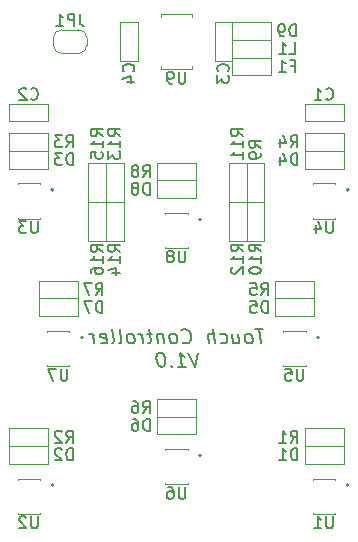
<source format=gbo>
G04 #@! TF.GenerationSoftware,KiCad,Pcbnew,(5.1.9-0-10_14)*
G04 #@! TF.CreationDate,2021-07-10T20:43:16+09:00*
G04 #@! TF.ProjectId,TouchController,546f7563-6843-46f6-9e74-726f6c6c6572,V1.0*
G04 #@! TF.SameCoordinates,Original*
G04 #@! TF.FileFunction,Legend,Bot*
G04 #@! TF.FilePolarity,Positive*
%FSLAX46Y46*%
G04 Gerber Fmt 4.6, Leading zero omitted, Abs format (unit mm)*
G04 Created by KiCad (PCBNEW (5.1.9-0-10_14)) date 2021-07-10 20:43:16*
%MOMM*%
%LPD*%
G01*
G04 APERTURE LIST*
%ADD10C,0.200000*%
%ADD11C,0.120000*%
%ADD12C,0.150000*%
G04 APERTURE END LIST*
D10*
X7371607Y-18342857D02*
X6685892Y-18342857D01*
X7178750Y-19542857D02*
X7028750Y-18342857D01*
X6264464Y-19542857D02*
X6371607Y-19485714D01*
X6421607Y-19428571D01*
X6464464Y-19314285D01*
X6421607Y-18971428D01*
X6350178Y-18857142D01*
X6285892Y-18800000D01*
X6164464Y-18742857D01*
X5993035Y-18742857D01*
X5885892Y-18800000D01*
X5835892Y-18857142D01*
X5793035Y-18971428D01*
X5835892Y-19314285D01*
X5907321Y-19428571D01*
X5971607Y-19485714D01*
X6093035Y-19542857D01*
X6264464Y-19542857D01*
X4735892Y-18742857D02*
X4835892Y-19542857D01*
X5250178Y-18742857D02*
X5328750Y-19371428D01*
X5285892Y-19485714D01*
X5178750Y-19542857D01*
X5007321Y-19542857D01*
X4885892Y-19485714D01*
X4821607Y-19428571D01*
X3743035Y-19485714D02*
X3864464Y-19542857D01*
X4093035Y-19542857D01*
X4200178Y-19485714D01*
X4250178Y-19428571D01*
X4293035Y-19314285D01*
X4250178Y-18971428D01*
X4178750Y-18857142D01*
X4114464Y-18800000D01*
X3993035Y-18742857D01*
X3764464Y-18742857D01*
X3657321Y-18800000D01*
X3235892Y-19542857D02*
X3085892Y-18342857D01*
X2721607Y-19542857D02*
X2643035Y-18914285D01*
X2685892Y-18800000D01*
X2793035Y-18742857D01*
X2964464Y-18742857D01*
X3085892Y-18800000D01*
X3150178Y-18857142D01*
X535892Y-19428571D02*
X600178Y-19485714D01*
X778750Y-19542857D01*
X893035Y-19542857D01*
X1057321Y-19485714D01*
X1157321Y-19371428D01*
X1200178Y-19257142D01*
X1228750Y-19028571D01*
X1207321Y-18857142D01*
X1121607Y-18628571D01*
X1050178Y-18514285D01*
X921607Y-18400000D01*
X743035Y-18342857D01*
X628749Y-18342857D01*
X464464Y-18400000D01*
X414464Y-18457142D01*
X-135535Y-19542857D02*
X-28392Y-19485714D01*
X21607Y-19428571D01*
X64464Y-19314285D01*
X21607Y-18971428D01*
X-49821Y-18857142D01*
X-114107Y-18800000D01*
X-235535Y-18742857D01*
X-406964Y-18742857D01*
X-514107Y-18800000D01*
X-564107Y-18857142D01*
X-606964Y-18971428D01*
X-564107Y-19314285D01*
X-492678Y-19428571D01*
X-428392Y-19485714D01*
X-306964Y-19542857D01*
X-135535Y-19542857D01*
X-1149821Y-18742857D02*
X-1049821Y-19542857D01*
X-1135535Y-18857142D02*
X-1199821Y-18800000D01*
X-1321250Y-18742857D01*
X-1492678Y-18742857D01*
X-1599821Y-18800000D01*
X-1642678Y-18914285D01*
X-1564107Y-19542857D01*
X-2064107Y-18742857D02*
X-2521249Y-18742857D01*
X-2285535Y-18342857D02*
X-2156964Y-19371428D01*
X-2199821Y-19485714D01*
X-2306964Y-19542857D01*
X-2421249Y-19542857D01*
X-2821249Y-19542857D02*
X-2921249Y-18742857D01*
X-2892678Y-18971428D02*
X-2964107Y-18857142D01*
X-3028392Y-18800000D01*
X-3149821Y-18742857D01*
X-3264107Y-18742857D01*
X-3735535Y-19542857D02*
X-3628392Y-19485714D01*
X-3578392Y-19428571D01*
X-3535535Y-19314285D01*
X-3578392Y-18971428D01*
X-3649821Y-18857142D01*
X-3714107Y-18800000D01*
X-3835535Y-18742857D01*
X-4006964Y-18742857D01*
X-4114107Y-18800000D01*
X-4164107Y-18857142D01*
X-4206964Y-18971428D01*
X-4164107Y-19314285D01*
X-4092678Y-19428571D01*
X-4028392Y-19485714D01*
X-3906964Y-19542857D01*
X-3735535Y-19542857D01*
X-4821249Y-19542857D02*
X-4714107Y-19485714D01*
X-4671249Y-19371428D01*
X-4799821Y-18342857D01*
X-5449821Y-19542857D02*
X-5342678Y-19485714D01*
X-5299821Y-19371428D01*
X-5428392Y-18342857D01*
X-6371249Y-19485714D02*
X-6249821Y-19542857D01*
X-6021249Y-19542857D01*
X-5914107Y-19485714D01*
X-5871249Y-19371428D01*
X-5928392Y-18914285D01*
X-5999821Y-18800000D01*
X-6121249Y-18742857D01*
X-6349821Y-18742857D01*
X-6456964Y-18800000D01*
X-6499821Y-18914285D01*
X-6485535Y-19028571D01*
X-5899821Y-19142857D01*
X-6935535Y-19542857D02*
X-7035535Y-18742857D01*
X-7006964Y-18971428D02*
X-7078392Y-18857142D01*
X-7142678Y-18800000D01*
X-7264107Y-18742857D01*
X-7378392Y-18742857D01*
X1800178Y-20342857D02*
X1550178Y-21542857D01*
X1000178Y-20342857D01*
X121607Y-21542857D02*
X807321Y-21542857D01*
X464464Y-21542857D02*
X314464Y-20342857D01*
X450178Y-20514285D01*
X578750Y-20628571D01*
X700178Y-20685714D01*
X-406964Y-21428571D02*
X-456964Y-21485714D01*
X-392678Y-21542857D01*
X-342678Y-21485714D01*
X-406964Y-21428571D01*
X-392678Y-21542857D01*
X-1342678Y-20342857D02*
X-1456964Y-20342857D01*
X-1564107Y-20400000D01*
X-1614107Y-20457142D01*
X-1656964Y-20571428D01*
X-1685535Y-20800000D01*
X-1649821Y-21085714D01*
X-1564107Y-21314285D01*
X-1492678Y-21428571D01*
X-1428392Y-21485714D01*
X-1306964Y-21542857D01*
X-1192678Y-21542857D01*
X-1085535Y-21485714D01*
X-1035535Y-21428571D01*
X-992678Y-21314285D01*
X-964107Y-21085714D01*
X-999821Y-20800000D01*
X-1085535Y-20571428D01*
X-1156964Y-20457142D01*
X-1221250Y-20400000D01*
X-1342678Y-20342857D01*
D11*
X1650000Y-5750000D02*
X1650000Y-7250000D01*
X-1650000Y-5750000D02*
X-1650000Y-7250000D01*
X1650000Y-5750000D02*
X-1650000Y-5750000D01*
X1650000Y-7250000D02*
X-1650000Y-7250000D01*
X-8350000Y-15750000D02*
X-8350000Y-17250000D01*
X-11650000Y-15750000D02*
X-11650000Y-17250000D01*
X-8350000Y-15750000D02*
X-11650000Y-15750000D01*
X-8350000Y-17250000D02*
X-11650000Y-17250000D01*
X-1650000Y-27250000D02*
X-1650000Y-25750000D01*
X1650000Y-27250000D02*
X1650000Y-25750000D01*
X-1650000Y-27250000D02*
X1650000Y-27250000D01*
X-1650000Y-25750000D02*
X1650000Y-25750000D01*
X8350000Y-17250000D02*
X8350000Y-15750000D01*
X11650000Y-17250000D02*
X11650000Y-15750000D01*
X8350000Y-17250000D02*
X11650000Y-17250000D01*
X8350000Y-15750000D02*
X11650000Y-15750000D01*
X14150000Y-3250000D02*
X14150000Y-4750000D01*
X10850000Y-3250000D02*
X10850000Y-4750000D01*
X14150000Y-3250000D02*
X10850000Y-3250000D01*
X14150000Y-4750000D02*
X10850000Y-4750000D01*
X-10850000Y-3250000D02*
X-10850000Y-4750000D01*
X-14150000Y-3250000D02*
X-14150000Y-4750000D01*
X-10850000Y-3250000D02*
X-14150000Y-3250000D01*
X-10850000Y-4750000D02*
X-14150000Y-4750000D01*
X-10850000Y-28250000D02*
X-10850000Y-29750000D01*
X-14150000Y-28250000D02*
X-14150000Y-29750000D01*
X-10850000Y-28250000D02*
X-14150000Y-28250000D01*
X-10850000Y-29750000D02*
X-14150000Y-29750000D01*
X14150000Y-28250000D02*
X14150000Y-29750000D01*
X10850000Y-28250000D02*
X10850000Y-29750000D01*
X14150000Y-28250000D02*
X10850000Y-28250000D01*
X14150000Y-29750000D02*
X10850000Y-29750000D01*
X-1300000Y3700000D02*
X-1300000Y3900000D01*
X1300000Y3700000D02*
X-1300000Y3700000D01*
X1300000Y3900000D02*
X1300000Y3700000D01*
X-1300000Y8300000D02*
X-1300000Y8100000D01*
X1300000Y8300000D02*
X-1300000Y8300000D01*
X1300000Y8100000D02*
X1300000Y8300000D01*
X-950000Y-11500000D02*
X-950000Y-11400000D01*
X950000Y-11500000D02*
X-950000Y-11500000D01*
X950000Y-11400000D02*
X950000Y-11500000D01*
X950000Y-8500000D02*
X950000Y-8600000D01*
X-950000Y-8500000D02*
X950000Y-8500000D01*
X-950000Y-8600000D02*
X-950000Y-8500000D01*
D10*
X2100000Y-9050000D02*
G75*
G03*
X2100000Y-9050000I-100000J0D01*
G01*
D11*
X-10950000Y-21500000D02*
X-10950000Y-21400000D01*
X-9050000Y-21500000D02*
X-10950000Y-21500000D01*
X-9050000Y-21400000D02*
X-9050000Y-21500000D01*
X-9050000Y-18500000D02*
X-9050000Y-18600000D01*
X-10950000Y-18500000D02*
X-9050000Y-18500000D01*
X-10950000Y-18600000D02*
X-10950000Y-18500000D01*
D10*
X-7900000Y-19050000D02*
G75*
G03*
X-7900000Y-19050000I-100000J0D01*
G01*
D11*
X-950000Y-31500000D02*
X-950000Y-31400000D01*
X950000Y-31500000D02*
X-950000Y-31500000D01*
X950000Y-31400000D02*
X950000Y-31500000D01*
X950000Y-28500000D02*
X950000Y-28600000D01*
X-950000Y-28500000D02*
X950000Y-28500000D01*
X-950000Y-28600000D02*
X-950000Y-28500000D01*
D10*
X2100000Y-29050000D02*
G75*
G03*
X2100000Y-29050000I-100000J0D01*
G01*
D11*
X9050000Y-21500000D02*
X9050000Y-21400000D01*
X10950000Y-21500000D02*
X9050000Y-21500000D01*
X10950000Y-21400000D02*
X10950000Y-21500000D01*
X10950000Y-18500000D02*
X10950000Y-18600000D01*
X9050000Y-18500000D02*
X10950000Y-18500000D01*
X9050000Y-18600000D02*
X9050000Y-18500000D01*
D10*
X12100000Y-19050000D02*
G75*
G03*
X12100000Y-19050000I-100000J0D01*
G01*
D11*
X11550000Y-9000000D02*
X11550000Y-8900000D01*
X13450000Y-9000000D02*
X11550000Y-9000000D01*
X13450000Y-8900000D02*
X13450000Y-9000000D01*
X13450000Y-6000000D02*
X13450000Y-6100000D01*
X11550000Y-6000000D02*
X13450000Y-6000000D01*
X11550000Y-6100000D02*
X11550000Y-6000000D01*
D10*
X14600000Y-6550000D02*
G75*
G03*
X14600000Y-6550000I-100000J0D01*
G01*
D11*
X-13450000Y-9000000D02*
X-13450000Y-8900000D01*
X-11550000Y-9000000D02*
X-13450000Y-9000000D01*
X-11550000Y-8900000D02*
X-11550000Y-9000000D01*
X-11550000Y-6000000D02*
X-11550000Y-6100000D01*
X-13450000Y-6000000D02*
X-11550000Y-6000000D01*
X-13450000Y-6100000D02*
X-13450000Y-6000000D01*
D10*
X-10400000Y-6550000D02*
G75*
G03*
X-10400000Y-6550000I-100000J0D01*
G01*
D11*
X-13450000Y-34000000D02*
X-13450000Y-33900000D01*
X-11550000Y-34000000D02*
X-13450000Y-34000000D01*
X-11550000Y-33900000D02*
X-11550000Y-34000000D01*
X-11550000Y-31000000D02*
X-11550000Y-31100000D01*
X-13450000Y-31000000D02*
X-11550000Y-31000000D01*
X-13450000Y-31100000D02*
X-13450000Y-31000000D01*
D10*
X-10400000Y-31550000D02*
G75*
G03*
X-10400000Y-31550000I-100000J0D01*
G01*
D11*
X11550000Y-34000000D02*
X11550000Y-33900000D01*
X13450000Y-34000000D02*
X11550000Y-34000000D01*
X13450000Y-33900000D02*
X13450000Y-34000000D01*
X13450000Y-31000000D02*
X13450000Y-31100000D01*
X11550000Y-31000000D02*
X13450000Y-31000000D01*
X11550000Y-31100000D02*
X11550000Y-31000000D01*
D10*
X14600000Y-31550000D02*
G75*
G03*
X14600000Y-31550000I-100000J0D01*
G01*
D11*
X-5950000Y-10850000D02*
X-7450000Y-10850000D01*
X-5950000Y-7550000D02*
X-7450000Y-7550000D01*
X-5950000Y-10850000D02*
X-5950000Y-7550000D01*
X-7450000Y-10850000D02*
X-7450000Y-7550000D01*
X-5950000Y-7550000D02*
X-7450000Y-7550000D01*
X-5950000Y-4250000D02*
X-7450000Y-4250000D01*
X-5950000Y-7550000D02*
X-5950000Y-4250000D01*
X-7450000Y-7550000D02*
X-7450000Y-4250000D01*
X-4450000Y-10850000D02*
X-5950000Y-10850000D01*
X-4450000Y-7550000D02*
X-5950000Y-7550000D01*
X-4450000Y-10850000D02*
X-4450000Y-7550000D01*
X-5950000Y-10850000D02*
X-5950000Y-7550000D01*
X-4450000Y-7550000D02*
X-5950000Y-7550000D01*
X-4450000Y-4250000D02*
X-5950000Y-4250000D01*
X-4450000Y-7550000D02*
X-4450000Y-4250000D01*
X-5950000Y-7550000D02*
X-5950000Y-4250000D01*
X5950000Y-10850000D02*
X4450000Y-10850000D01*
X5950000Y-7550000D02*
X4450000Y-7550000D01*
X5950000Y-10850000D02*
X5950000Y-7550000D01*
X4450000Y-10850000D02*
X4450000Y-7550000D01*
X5950000Y-7550000D02*
X4450000Y-7550000D01*
X5950000Y-4250000D02*
X4450000Y-4250000D01*
X5950000Y-7550000D02*
X5950000Y-4250000D01*
X4450000Y-7550000D02*
X4450000Y-4250000D01*
X7450000Y-10850000D02*
X5950000Y-10850000D01*
X7450000Y-7550000D02*
X5950000Y-7550000D01*
X7450000Y-10850000D02*
X7450000Y-7550000D01*
X5950000Y-10850000D02*
X5950000Y-7550000D01*
X7450000Y-7550000D02*
X5950000Y-7550000D01*
X7450000Y-4250000D02*
X5950000Y-4250000D01*
X7450000Y-7550000D02*
X7450000Y-4250000D01*
X5950000Y-7550000D02*
X5950000Y-4250000D01*
X1650000Y-4250000D02*
X1650000Y-5750000D01*
X-1650000Y-4250000D02*
X-1650000Y-5750000D01*
X1650000Y-4250000D02*
X-1650000Y-4250000D01*
X1650000Y-5750000D02*
X-1650000Y-5750000D01*
X-8350000Y-14250000D02*
X-8350000Y-15750000D01*
X-11650000Y-14250000D02*
X-11650000Y-15750000D01*
X-8350000Y-14250000D02*
X-11650000Y-14250000D01*
X-8350000Y-15750000D02*
X-11650000Y-15750000D01*
X1650000Y-24250000D02*
X1650000Y-25750000D01*
X-1650000Y-24250000D02*
X-1650000Y-25750000D01*
X1650000Y-24250000D02*
X-1650000Y-24250000D01*
X1650000Y-25750000D02*
X-1650000Y-25750000D01*
X11650000Y-14250000D02*
X11650000Y-15750000D01*
X8350000Y-14250000D02*
X8350000Y-15750000D01*
X11650000Y-14250000D02*
X8350000Y-14250000D01*
X11650000Y-15750000D02*
X8350000Y-15750000D01*
X14150000Y-1750000D02*
X14150000Y-3250000D01*
X10850000Y-1750000D02*
X10850000Y-3250000D01*
X14150000Y-1750000D02*
X10850000Y-1750000D01*
X14150000Y-3250000D02*
X10850000Y-3250000D01*
X-10850000Y-1750000D02*
X-10850000Y-3250000D01*
X-14150000Y-1750000D02*
X-14150000Y-3250000D01*
X-10850000Y-1750000D02*
X-14150000Y-1750000D01*
X-10850000Y-3250000D02*
X-14150000Y-3250000D01*
X-10850000Y-26750000D02*
X-10850000Y-28250000D01*
X-14150000Y-26750000D02*
X-14150000Y-28250000D01*
X-10850000Y-26750000D02*
X-14150000Y-26750000D01*
X-10850000Y-28250000D02*
X-14150000Y-28250000D01*
X14150000Y-26750000D02*
X14150000Y-28250000D01*
X10850000Y-26750000D02*
X10850000Y-28250000D01*
X14150000Y-26750000D02*
X10850000Y-26750000D01*
X14150000Y-28250000D02*
X10850000Y-28250000D01*
X4750000Y4650000D02*
X4750000Y6150000D01*
X8050000Y4650000D02*
X8050000Y6150000D01*
X4750000Y4650000D02*
X8050000Y4650000D01*
X4750000Y6150000D02*
X8050000Y6150000D01*
X-7575000Y5700000D02*
X-7575000Y6300000D01*
X-9725000Y5000000D02*
X-8275000Y5000000D01*
X-10425000Y6300000D02*
X-10425000Y5700000D01*
X-8275000Y7000000D02*
X-9725000Y7000000D01*
X-9725000Y7000000D02*
G75*
G03*
X-10425000Y6300000I0J-700000D01*
G01*
X-10425000Y5700000D02*
G75*
G03*
X-9725000Y5000000I700000J0D01*
G01*
X-8275000Y5000000D02*
G75*
G03*
X-7575000Y5700000I0J700000D01*
G01*
X-7575000Y6300000D02*
G75*
G03*
X-8275000Y7000000I-700000J0D01*
G01*
X4750000Y3150000D02*
X4750000Y4650000D01*
X8050000Y3150000D02*
X8050000Y4650000D01*
X4750000Y3150000D02*
X8050000Y3150000D01*
X4750000Y4650000D02*
X8050000Y4650000D01*
X8050000Y7650000D02*
X8050000Y6150000D01*
X8050000Y7650000D02*
X4750000Y7650000D01*
X4750000Y7650000D02*
X4750000Y6150000D01*
X4750000Y6150000D02*
X8050000Y6150000D01*
X-3250000Y4350000D02*
X-4750000Y4350000D01*
X-3250000Y7650000D02*
X-4750000Y7650000D01*
X-3250000Y4350000D02*
X-3250000Y7650000D01*
X-4750000Y4350000D02*
X-4750000Y7650000D01*
X3250000Y7650000D02*
X4750000Y7650000D01*
X3250000Y4350000D02*
X4750000Y4350000D01*
X3250000Y7650000D02*
X3250000Y4350000D01*
X4750000Y7650000D02*
X4750000Y4350000D01*
X-10850000Y750000D02*
X-10850000Y-750000D01*
X-14150000Y750000D02*
X-14150000Y-750000D01*
X-10850000Y750000D02*
X-14150000Y750000D01*
X-10850000Y-750000D02*
X-14150000Y-750000D01*
X10850000Y-750000D02*
X10850000Y750000D01*
X14150000Y-750000D02*
X14150000Y750000D01*
X10850000Y-750000D02*
X14150000Y-750000D01*
X10850000Y750000D02*
X14150000Y750000D01*
D12*
X-2261904Y-6952380D02*
X-2261904Y-5952380D01*
X-2500000Y-5952380D01*
X-2642857Y-6000000D01*
X-2738095Y-6095238D01*
X-2785714Y-6190476D01*
X-2833333Y-6380952D01*
X-2833333Y-6523809D01*
X-2785714Y-6714285D01*
X-2738095Y-6809523D01*
X-2642857Y-6904761D01*
X-2500000Y-6952380D01*
X-2261904Y-6952380D01*
X-3404761Y-6380952D02*
X-3309523Y-6333333D01*
X-3261904Y-6285714D01*
X-3214285Y-6190476D01*
X-3214285Y-6142857D01*
X-3261904Y-6047619D01*
X-3309523Y-6000000D01*
X-3404761Y-5952380D01*
X-3595238Y-5952380D01*
X-3690476Y-6000000D01*
X-3738095Y-6047619D01*
X-3785714Y-6142857D01*
X-3785714Y-6190476D01*
X-3738095Y-6285714D01*
X-3690476Y-6333333D01*
X-3595238Y-6380952D01*
X-3404761Y-6380952D01*
X-3309523Y-6428571D01*
X-3261904Y-6476190D01*
X-3214285Y-6571428D01*
X-3214285Y-6761904D01*
X-3261904Y-6857142D01*
X-3309523Y-6904761D01*
X-3404761Y-6952380D01*
X-3595238Y-6952380D01*
X-3690476Y-6904761D01*
X-3738095Y-6857142D01*
X-3785714Y-6761904D01*
X-3785714Y-6571428D01*
X-3738095Y-6476190D01*
X-3690476Y-6428571D01*
X-3595238Y-6380952D01*
X-6261904Y-16952380D02*
X-6261904Y-15952380D01*
X-6500000Y-15952380D01*
X-6642857Y-16000000D01*
X-6738095Y-16095238D01*
X-6785714Y-16190476D01*
X-6833333Y-16380952D01*
X-6833333Y-16523809D01*
X-6785714Y-16714285D01*
X-6738095Y-16809523D01*
X-6642857Y-16904761D01*
X-6500000Y-16952380D01*
X-6261904Y-16952380D01*
X-7166666Y-15952380D02*
X-7833333Y-15952380D01*
X-7404761Y-16952380D01*
X-2261904Y-26952380D02*
X-2261904Y-25952380D01*
X-2500000Y-25952380D01*
X-2642857Y-26000000D01*
X-2738095Y-26095238D01*
X-2785714Y-26190476D01*
X-2833333Y-26380952D01*
X-2833333Y-26523809D01*
X-2785714Y-26714285D01*
X-2738095Y-26809523D01*
X-2642857Y-26904761D01*
X-2500000Y-26952380D01*
X-2261904Y-26952380D01*
X-3690476Y-25952380D02*
X-3500000Y-25952380D01*
X-3404761Y-26000000D01*
X-3357142Y-26047619D01*
X-3261904Y-26190476D01*
X-3214285Y-26380952D01*
X-3214285Y-26761904D01*
X-3261904Y-26857142D01*
X-3309523Y-26904761D01*
X-3404761Y-26952380D01*
X-3595238Y-26952380D01*
X-3690476Y-26904761D01*
X-3738095Y-26857142D01*
X-3785714Y-26761904D01*
X-3785714Y-26523809D01*
X-3738095Y-26428571D01*
X-3690476Y-26380952D01*
X-3595238Y-26333333D01*
X-3404761Y-26333333D01*
X-3309523Y-26380952D01*
X-3261904Y-26428571D01*
X-3214285Y-26523809D01*
X7738095Y-16952380D02*
X7738095Y-15952380D01*
X7500000Y-15952380D01*
X7357142Y-16000000D01*
X7261904Y-16095238D01*
X7214285Y-16190476D01*
X7166666Y-16380952D01*
X7166666Y-16523809D01*
X7214285Y-16714285D01*
X7261904Y-16809523D01*
X7357142Y-16904761D01*
X7500000Y-16952380D01*
X7738095Y-16952380D01*
X6261904Y-15952380D02*
X6738095Y-15952380D01*
X6785714Y-16428571D01*
X6738095Y-16380952D01*
X6642857Y-16333333D01*
X6404761Y-16333333D01*
X6309523Y-16380952D01*
X6261904Y-16428571D01*
X6214285Y-16523809D01*
X6214285Y-16761904D01*
X6261904Y-16857142D01*
X6309523Y-16904761D01*
X6404761Y-16952380D01*
X6642857Y-16952380D01*
X6738095Y-16904761D01*
X6785714Y-16857142D01*
X10238095Y-4452380D02*
X10238095Y-3452380D01*
X10000000Y-3452380D01*
X9857142Y-3500000D01*
X9761904Y-3595238D01*
X9714285Y-3690476D01*
X9666666Y-3880952D01*
X9666666Y-4023809D01*
X9714285Y-4214285D01*
X9761904Y-4309523D01*
X9857142Y-4404761D01*
X10000000Y-4452380D01*
X10238095Y-4452380D01*
X8809523Y-3785714D02*
X8809523Y-4452380D01*
X9047619Y-3404761D02*
X9285714Y-4119047D01*
X8666666Y-4119047D01*
X-8761904Y-4452380D02*
X-8761904Y-3452380D01*
X-9000000Y-3452380D01*
X-9142857Y-3500000D01*
X-9238095Y-3595238D01*
X-9285714Y-3690476D01*
X-9333333Y-3880952D01*
X-9333333Y-4023809D01*
X-9285714Y-4214285D01*
X-9238095Y-4309523D01*
X-9142857Y-4404761D01*
X-9000000Y-4452380D01*
X-8761904Y-4452380D01*
X-9666666Y-3452380D02*
X-10285714Y-3452380D01*
X-9952380Y-3833333D01*
X-10095238Y-3833333D01*
X-10190476Y-3880952D01*
X-10238095Y-3928571D01*
X-10285714Y-4023809D01*
X-10285714Y-4261904D01*
X-10238095Y-4357142D01*
X-10190476Y-4404761D01*
X-10095238Y-4452380D01*
X-9809523Y-4452380D01*
X-9714285Y-4404761D01*
X-9666666Y-4357142D01*
X-8761904Y-29452380D02*
X-8761904Y-28452380D01*
X-9000000Y-28452380D01*
X-9142857Y-28500000D01*
X-9238095Y-28595238D01*
X-9285714Y-28690476D01*
X-9333333Y-28880952D01*
X-9333333Y-29023809D01*
X-9285714Y-29214285D01*
X-9238095Y-29309523D01*
X-9142857Y-29404761D01*
X-9000000Y-29452380D01*
X-8761904Y-29452380D01*
X-9714285Y-28547619D02*
X-9761904Y-28500000D01*
X-9857142Y-28452380D01*
X-10095238Y-28452380D01*
X-10190476Y-28500000D01*
X-10238095Y-28547619D01*
X-10285714Y-28642857D01*
X-10285714Y-28738095D01*
X-10238095Y-28880952D01*
X-9666666Y-29452380D01*
X-10285714Y-29452380D01*
X10238095Y-29452380D02*
X10238095Y-28452380D01*
X10000000Y-28452380D01*
X9857142Y-28500000D01*
X9761904Y-28595238D01*
X9714285Y-28690476D01*
X9666666Y-28880952D01*
X9666666Y-29023809D01*
X9714285Y-29214285D01*
X9761904Y-29309523D01*
X9857142Y-29404761D01*
X10000000Y-29452380D01*
X10238095Y-29452380D01*
X8714285Y-29452380D02*
X9285714Y-29452380D01*
X9000000Y-29452380D02*
X9000000Y-28452380D01*
X9095238Y-28595238D01*
X9190476Y-28690476D01*
X9285714Y-28738095D01*
X761904Y3447619D02*
X761904Y2638095D01*
X714285Y2542857D01*
X666666Y2495238D01*
X571428Y2447619D01*
X380952Y2447619D01*
X285714Y2495238D01*
X238095Y2542857D01*
X190476Y2638095D01*
X190476Y3447619D01*
X-333333Y2447619D02*
X-523809Y2447619D01*
X-619047Y2495238D01*
X-666666Y2542857D01*
X-761904Y2685714D01*
X-809523Y2876190D01*
X-809523Y3257142D01*
X-761904Y3352380D01*
X-714285Y3400000D01*
X-619047Y3447619D01*
X-428571Y3447619D01*
X-333333Y3400000D01*
X-285714Y3352380D01*
X-238095Y3257142D01*
X-238095Y3019047D01*
X-285714Y2923809D01*
X-333333Y2876190D01*
X-428571Y2828571D01*
X-619047Y2828571D01*
X-714285Y2876190D01*
X-761904Y2923809D01*
X-809523Y3019047D01*
X761904Y-11702380D02*
X761904Y-12511904D01*
X714285Y-12607142D01*
X666666Y-12654761D01*
X571428Y-12702380D01*
X380952Y-12702380D01*
X285714Y-12654761D01*
X238095Y-12607142D01*
X190476Y-12511904D01*
X190476Y-11702380D01*
X-428571Y-12130952D02*
X-333333Y-12083333D01*
X-285714Y-12035714D01*
X-238095Y-11940476D01*
X-238095Y-11892857D01*
X-285714Y-11797619D01*
X-333333Y-11750000D01*
X-428571Y-11702380D01*
X-619047Y-11702380D01*
X-714285Y-11750000D01*
X-761904Y-11797619D01*
X-809523Y-11892857D01*
X-809523Y-11940476D01*
X-761904Y-12035714D01*
X-714285Y-12083333D01*
X-619047Y-12130952D01*
X-428571Y-12130952D01*
X-333333Y-12178571D01*
X-285714Y-12226190D01*
X-238095Y-12321428D01*
X-238095Y-12511904D01*
X-285714Y-12607142D01*
X-333333Y-12654761D01*
X-428571Y-12702380D01*
X-619047Y-12702380D01*
X-714285Y-12654761D01*
X-761904Y-12607142D01*
X-809523Y-12511904D01*
X-809523Y-12321428D01*
X-761904Y-12226190D01*
X-714285Y-12178571D01*
X-619047Y-12130952D01*
X-9238095Y-21702380D02*
X-9238095Y-22511904D01*
X-9285714Y-22607142D01*
X-9333333Y-22654761D01*
X-9428571Y-22702380D01*
X-9619047Y-22702380D01*
X-9714285Y-22654761D01*
X-9761904Y-22607142D01*
X-9809523Y-22511904D01*
X-9809523Y-21702380D01*
X-10190476Y-21702380D02*
X-10857142Y-21702380D01*
X-10428571Y-22702380D01*
X761904Y-31702380D02*
X761904Y-32511904D01*
X714285Y-32607142D01*
X666666Y-32654761D01*
X571428Y-32702380D01*
X380952Y-32702380D01*
X285714Y-32654761D01*
X238095Y-32607142D01*
X190476Y-32511904D01*
X190476Y-31702380D01*
X-714285Y-31702380D02*
X-523809Y-31702380D01*
X-428571Y-31750000D01*
X-380952Y-31797619D01*
X-285714Y-31940476D01*
X-238095Y-32130952D01*
X-238095Y-32511904D01*
X-285714Y-32607142D01*
X-333333Y-32654761D01*
X-428571Y-32702380D01*
X-619047Y-32702380D01*
X-714285Y-32654761D01*
X-761904Y-32607142D01*
X-809523Y-32511904D01*
X-809523Y-32273809D01*
X-761904Y-32178571D01*
X-714285Y-32130952D01*
X-619047Y-32083333D01*
X-428571Y-32083333D01*
X-333333Y-32130952D01*
X-285714Y-32178571D01*
X-238095Y-32273809D01*
X10761904Y-21702380D02*
X10761904Y-22511904D01*
X10714285Y-22607142D01*
X10666666Y-22654761D01*
X10571428Y-22702380D01*
X10380952Y-22702380D01*
X10285714Y-22654761D01*
X10238095Y-22607142D01*
X10190476Y-22511904D01*
X10190476Y-21702380D01*
X9238095Y-21702380D02*
X9714285Y-21702380D01*
X9761904Y-22178571D01*
X9714285Y-22130952D01*
X9619047Y-22083333D01*
X9380952Y-22083333D01*
X9285714Y-22130952D01*
X9238095Y-22178571D01*
X9190476Y-22273809D01*
X9190476Y-22511904D01*
X9238095Y-22607142D01*
X9285714Y-22654761D01*
X9380952Y-22702380D01*
X9619047Y-22702380D01*
X9714285Y-22654761D01*
X9761904Y-22607142D01*
X13261904Y-9202380D02*
X13261904Y-10011904D01*
X13214285Y-10107142D01*
X13166666Y-10154761D01*
X13071428Y-10202380D01*
X12880952Y-10202380D01*
X12785714Y-10154761D01*
X12738095Y-10107142D01*
X12690476Y-10011904D01*
X12690476Y-9202380D01*
X11785714Y-9535714D02*
X11785714Y-10202380D01*
X12023809Y-9154761D02*
X12261904Y-9869047D01*
X11642857Y-9869047D01*
X-11738095Y-9202380D02*
X-11738095Y-10011904D01*
X-11785714Y-10107142D01*
X-11833333Y-10154761D01*
X-11928571Y-10202380D01*
X-12119047Y-10202380D01*
X-12214285Y-10154761D01*
X-12261904Y-10107142D01*
X-12309523Y-10011904D01*
X-12309523Y-9202380D01*
X-12690476Y-9202380D02*
X-13309523Y-9202380D01*
X-12976190Y-9583333D01*
X-13119047Y-9583333D01*
X-13214285Y-9630952D01*
X-13261904Y-9678571D01*
X-13309523Y-9773809D01*
X-13309523Y-10011904D01*
X-13261904Y-10107142D01*
X-13214285Y-10154761D01*
X-13119047Y-10202380D01*
X-12833333Y-10202380D01*
X-12738095Y-10154761D01*
X-12690476Y-10107142D01*
X-11738095Y-34202380D02*
X-11738095Y-35011904D01*
X-11785714Y-35107142D01*
X-11833333Y-35154761D01*
X-11928571Y-35202380D01*
X-12119047Y-35202380D01*
X-12214285Y-35154761D01*
X-12261904Y-35107142D01*
X-12309523Y-35011904D01*
X-12309523Y-34202380D01*
X-12738095Y-34297619D02*
X-12785714Y-34250000D01*
X-12880952Y-34202380D01*
X-13119047Y-34202380D01*
X-13214285Y-34250000D01*
X-13261904Y-34297619D01*
X-13309523Y-34392857D01*
X-13309523Y-34488095D01*
X-13261904Y-34630952D01*
X-12690476Y-35202380D01*
X-13309523Y-35202380D01*
X13261904Y-34202380D02*
X13261904Y-35011904D01*
X13214285Y-35107142D01*
X13166666Y-35154761D01*
X13071428Y-35202380D01*
X12880952Y-35202380D01*
X12785714Y-35154761D01*
X12738095Y-35107142D01*
X12690476Y-35011904D01*
X12690476Y-34202380D01*
X11690476Y-35202380D02*
X12261904Y-35202380D01*
X11976190Y-35202380D02*
X11976190Y-34202380D01*
X12071428Y-34345238D01*
X12166666Y-34440476D01*
X12261904Y-34488095D01*
X-6247619Y-11807142D02*
X-6723809Y-11473809D01*
X-6247619Y-11235714D02*
X-7247619Y-11235714D01*
X-7247619Y-11616666D01*
X-7200000Y-11711904D01*
X-7152380Y-11759523D01*
X-7057142Y-11807142D01*
X-6914285Y-11807142D01*
X-6819047Y-11759523D01*
X-6771428Y-11711904D01*
X-6723809Y-11616666D01*
X-6723809Y-11235714D01*
X-6247619Y-12759523D02*
X-6247619Y-12188095D01*
X-6247619Y-12473809D02*
X-7247619Y-12473809D01*
X-7104761Y-12378571D01*
X-7009523Y-12283333D01*
X-6961904Y-12188095D01*
X-7247619Y-13616666D02*
X-7247619Y-13426190D01*
X-7200000Y-13330952D01*
X-7152380Y-13283333D01*
X-7009523Y-13188095D01*
X-6819047Y-13140476D01*
X-6438095Y-13140476D01*
X-6342857Y-13188095D01*
X-6295238Y-13235714D01*
X-6247619Y-13330952D01*
X-6247619Y-13521428D01*
X-6295238Y-13616666D01*
X-6342857Y-13664285D01*
X-6438095Y-13711904D01*
X-6676190Y-13711904D01*
X-6771428Y-13664285D01*
X-6819047Y-13616666D01*
X-6866666Y-13521428D01*
X-6866666Y-13330952D01*
X-6819047Y-13235714D01*
X-6771428Y-13188095D01*
X-6676190Y-13140476D01*
X-6247619Y-2007142D02*
X-6723809Y-1673809D01*
X-6247619Y-1435714D02*
X-7247619Y-1435714D01*
X-7247619Y-1816666D01*
X-7200000Y-1911904D01*
X-7152380Y-1959523D01*
X-7057142Y-2007142D01*
X-6914285Y-2007142D01*
X-6819047Y-1959523D01*
X-6771428Y-1911904D01*
X-6723809Y-1816666D01*
X-6723809Y-1435714D01*
X-6247619Y-2959523D02*
X-6247619Y-2388095D01*
X-6247619Y-2673809D02*
X-7247619Y-2673809D01*
X-7104761Y-2578571D01*
X-7009523Y-2483333D01*
X-6961904Y-2388095D01*
X-7247619Y-3864285D02*
X-7247619Y-3388095D01*
X-6771428Y-3340476D01*
X-6819047Y-3388095D01*
X-6866666Y-3483333D01*
X-6866666Y-3721428D01*
X-6819047Y-3816666D01*
X-6771428Y-3864285D01*
X-6676190Y-3911904D01*
X-6438095Y-3911904D01*
X-6342857Y-3864285D01*
X-6295238Y-3816666D01*
X-6247619Y-3721428D01*
X-6247619Y-3483333D01*
X-6295238Y-3388095D01*
X-6342857Y-3340476D01*
X-4747619Y-11807142D02*
X-5223809Y-11473809D01*
X-4747619Y-11235714D02*
X-5747619Y-11235714D01*
X-5747619Y-11616666D01*
X-5700000Y-11711904D01*
X-5652380Y-11759523D01*
X-5557142Y-11807142D01*
X-5414285Y-11807142D01*
X-5319047Y-11759523D01*
X-5271428Y-11711904D01*
X-5223809Y-11616666D01*
X-5223809Y-11235714D01*
X-4747619Y-12759523D02*
X-4747619Y-12188095D01*
X-4747619Y-12473809D02*
X-5747619Y-12473809D01*
X-5604761Y-12378571D01*
X-5509523Y-12283333D01*
X-5461904Y-12188095D01*
X-5414285Y-13616666D02*
X-4747619Y-13616666D01*
X-5795238Y-13378571D02*
X-5080952Y-13140476D01*
X-5080952Y-13759523D01*
X-4747619Y-2007142D02*
X-5223809Y-1673809D01*
X-4747619Y-1435714D02*
X-5747619Y-1435714D01*
X-5747619Y-1816666D01*
X-5700000Y-1911904D01*
X-5652380Y-1959523D01*
X-5557142Y-2007142D01*
X-5414285Y-2007142D01*
X-5319047Y-1959523D01*
X-5271428Y-1911904D01*
X-5223809Y-1816666D01*
X-5223809Y-1435714D01*
X-4747619Y-2959523D02*
X-4747619Y-2388095D01*
X-4747619Y-2673809D02*
X-5747619Y-2673809D01*
X-5604761Y-2578571D01*
X-5509523Y-2483333D01*
X-5461904Y-2388095D01*
X-5747619Y-3292857D02*
X-5747619Y-3911904D01*
X-5366666Y-3578571D01*
X-5366666Y-3721428D01*
X-5319047Y-3816666D01*
X-5271428Y-3864285D01*
X-5176190Y-3911904D01*
X-4938095Y-3911904D01*
X-4842857Y-3864285D01*
X-4795238Y-3816666D01*
X-4747619Y-3721428D01*
X-4747619Y-3435714D01*
X-4795238Y-3340476D01*
X-4842857Y-3292857D01*
X5652380Y-11757142D02*
X5176190Y-11423809D01*
X5652380Y-11185714D02*
X4652380Y-11185714D01*
X4652380Y-11566666D01*
X4700000Y-11661904D01*
X4747619Y-11709523D01*
X4842857Y-11757142D01*
X4985714Y-11757142D01*
X5080952Y-11709523D01*
X5128571Y-11661904D01*
X5176190Y-11566666D01*
X5176190Y-11185714D01*
X5652380Y-12709523D02*
X5652380Y-12138095D01*
X5652380Y-12423809D02*
X4652380Y-12423809D01*
X4795238Y-12328571D01*
X4890476Y-12233333D01*
X4938095Y-12138095D01*
X4747619Y-13090476D02*
X4700000Y-13138095D01*
X4652380Y-13233333D01*
X4652380Y-13471428D01*
X4700000Y-13566666D01*
X4747619Y-13614285D01*
X4842857Y-13661904D01*
X4938095Y-13661904D01*
X5080952Y-13614285D01*
X5652380Y-13042857D01*
X5652380Y-13661904D01*
X5652380Y-2007142D02*
X5176190Y-1673809D01*
X5652380Y-1435714D02*
X4652380Y-1435714D01*
X4652380Y-1816666D01*
X4700000Y-1911904D01*
X4747619Y-1959523D01*
X4842857Y-2007142D01*
X4985714Y-2007142D01*
X5080952Y-1959523D01*
X5128571Y-1911904D01*
X5176190Y-1816666D01*
X5176190Y-1435714D01*
X5652380Y-2959523D02*
X5652380Y-2388095D01*
X5652380Y-2673809D02*
X4652380Y-2673809D01*
X4795238Y-2578571D01*
X4890476Y-2483333D01*
X4938095Y-2388095D01*
X5652380Y-3911904D02*
X5652380Y-3340476D01*
X5652380Y-3626190D02*
X4652380Y-3626190D01*
X4795238Y-3530952D01*
X4890476Y-3435714D01*
X4938095Y-3340476D01*
X7152380Y-11757142D02*
X6676190Y-11423809D01*
X7152380Y-11185714D02*
X6152380Y-11185714D01*
X6152380Y-11566666D01*
X6200000Y-11661904D01*
X6247619Y-11709523D01*
X6342857Y-11757142D01*
X6485714Y-11757142D01*
X6580952Y-11709523D01*
X6628571Y-11661904D01*
X6676190Y-11566666D01*
X6676190Y-11185714D01*
X7152380Y-12709523D02*
X7152380Y-12138095D01*
X7152380Y-12423809D02*
X6152380Y-12423809D01*
X6295238Y-12328571D01*
X6390476Y-12233333D01*
X6438095Y-12138095D01*
X6152380Y-13328571D02*
X6152380Y-13423809D01*
X6200000Y-13519047D01*
X6247619Y-13566666D01*
X6342857Y-13614285D01*
X6533333Y-13661904D01*
X6771428Y-13661904D01*
X6961904Y-13614285D01*
X7057142Y-13566666D01*
X7104761Y-13519047D01*
X7152380Y-13423809D01*
X7152380Y-13328571D01*
X7104761Y-13233333D01*
X7057142Y-13185714D01*
X6961904Y-13138095D01*
X6771428Y-13090476D01*
X6533333Y-13090476D01*
X6342857Y-13138095D01*
X6247619Y-13185714D01*
X6200000Y-13233333D01*
X6152380Y-13328571D01*
X7152380Y-2983333D02*
X6676190Y-2650000D01*
X7152380Y-2411904D02*
X6152380Y-2411904D01*
X6152380Y-2792857D01*
X6200000Y-2888095D01*
X6247619Y-2935714D01*
X6342857Y-2983333D01*
X6485714Y-2983333D01*
X6580952Y-2935714D01*
X6628571Y-2888095D01*
X6676190Y-2792857D01*
X6676190Y-2411904D01*
X7152380Y-3459523D02*
X7152380Y-3649999D01*
X7104761Y-3745238D01*
X7057142Y-3792857D01*
X6914285Y-3888095D01*
X6723809Y-3935714D01*
X6342857Y-3935714D01*
X6247619Y-3888095D01*
X6200000Y-3840476D01*
X6152380Y-3745238D01*
X6152380Y-3554761D01*
X6200000Y-3459523D01*
X6247619Y-3411904D01*
X6342857Y-3364285D01*
X6580952Y-3364285D01*
X6676190Y-3411904D01*
X6723809Y-3459523D01*
X6771428Y-3554761D01*
X6771428Y-3745238D01*
X6723809Y-3840476D01*
X6676190Y-3888095D01*
X6580952Y-3935714D01*
X-2833333Y-5452380D02*
X-2500000Y-4976190D01*
X-2261904Y-5452380D02*
X-2261904Y-4452380D01*
X-2642857Y-4452380D01*
X-2738095Y-4500000D01*
X-2785714Y-4547619D01*
X-2833333Y-4642857D01*
X-2833333Y-4785714D01*
X-2785714Y-4880952D01*
X-2738095Y-4928571D01*
X-2642857Y-4976190D01*
X-2261904Y-4976190D01*
X-3404761Y-4880952D02*
X-3309523Y-4833333D01*
X-3261904Y-4785714D01*
X-3214285Y-4690476D01*
X-3214285Y-4642857D01*
X-3261904Y-4547619D01*
X-3309523Y-4500000D01*
X-3404761Y-4452380D01*
X-3595238Y-4452380D01*
X-3690476Y-4500000D01*
X-3738095Y-4547619D01*
X-3785714Y-4642857D01*
X-3785714Y-4690476D01*
X-3738095Y-4785714D01*
X-3690476Y-4833333D01*
X-3595238Y-4880952D01*
X-3404761Y-4880952D01*
X-3309523Y-4928571D01*
X-3261904Y-4976190D01*
X-3214285Y-5071428D01*
X-3214285Y-5261904D01*
X-3261904Y-5357142D01*
X-3309523Y-5404761D01*
X-3404761Y-5452380D01*
X-3595238Y-5452380D01*
X-3690476Y-5404761D01*
X-3738095Y-5357142D01*
X-3785714Y-5261904D01*
X-3785714Y-5071428D01*
X-3738095Y-4976190D01*
X-3690476Y-4928571D01*
X-3595238Y-4880952D01*
X-6833333Y-15452380D02*
X-6500000Y-14976190D01*
X-6261904Y-15452380D02*
X-6261904Y-14452380D01*
X-6642857Y-14452380D01*
X-6738095Y-14500000D01*
X-6785714Y-14547619D01*
X-6833333Y-14642857D01*
X-6833333Y-14785714D01*
X-6785714Y-14880952D01*
X-6738095Y-14928571D01*
X-6642857Y-14976190D01*
X-6261904Y-14976190D01*
X-7166666Y-14452380D02*
X-7833333Y-14452380D01*
X-7404761Y-15452380D01*
X-2833333Y-25452380D02*
X-2500000Y-24976190D01*
X-2261904Y-25452380D02*
X-2261904Y-24452380D01*
X-2642857Y-24452380D01*
X-2738095Y-24500000D01*
X-2785714Y-24547619D01*
X-2833333Y-24642857D01*
X-2833333Y-24785714D01*
X-2785714Y-24880952D01*
X-2738095Y-24928571D01*
X-2642857Y-24976190D01*
X-2261904Y-24976190D01*
X-3690476Y-24452380D02*
X-3500000Y-24452380D01*
X-3404761Y-24500000D01*
X-3357142Y-24547619D01*
X-3261904Y-24690476D01*
X-3214285Y-24880952D01*
X-3214285Y-25261904D01*
X-3261904Y-25357142D01*
X-3309523Y-25404761D01*
X-3404761Y-25452380D01*
X-3595238Y-25452380D01*
X-3690476Y-25404761D01*
X-3738095Y-25357142D01*
X-3785714Y-25261904D01*
X-3785714Y-25023809D01*
X-3738095Y-24928571D01*
X-3690476Y-24880952D01*
X-3595238Y-24833333D01*
X-3404761Y-24833333D01*
X-3309523Y-24880952D01*
X-3261904Y-24928571D01*
X-3214285Y-25023809D01*
X7166666Y-15452380D02*
X7500000Y-14976190D01*
X7738095Y-15452380D02*
X7738095Y-14452380D01*
X7357142Y-14452380D01*
X7261904Y-14500000D01*
X7214285Y-14547619D01*
X7166666Y-14642857D01*
X7166666Y-14785714D01*
X7214285Y-14880952D01*
X7261904Y-14928571D01*
X7357142Y-14976190D01*
X7738095Y-14976190D01*
X6261904Y-14452380D02*
X6738095Y-14452380D01*
X6785714Y-14928571D01*
X6738095Y-14880952D01*
X6642857Y-14833333D01*
X6404761Y-14833333D01*
X6309523Y-14880952D01*
X6261904Y-14928571D01*
X6214285Y-15023809D01*
X6214285Y-15261904D01*
X6261904Y-15357142D01*
X6309523Y-15404761D01*
X6404761Y-15452380D01*
X6642857Y-15452380D01*
X6738095Y-15404761D01*
X6785714Y-15357142D01*
X9666666Y-2952380D02*
X10000000Y-2476190D01*
X10238095Y-2952380D02*
X10238095Y-1952380D01*
X9857142Y-1952380D01*
X9761904Y-2000000D01*
X9714285Y-2047619D01*
X9666666Y-2142857D01*
X9666666Y-2285714D01*
X9714285Y-2380952D01*
X9761904Y-2428571D01*
X9857142Y-2476190D01*
X10238095Y-2476190D01*
X8809523Y-2285714D02*
X8809523Y-2952380D01*
X9047619Y-1904761D02*
X9285714Y-2619047D01*
X8666666Y-2619047D01*
X-9333333Y-2952380D02*
X-9000000Y-2476190D01*
X-8761904Y-2952380D02*
X-8761904Y-1952380D01*
X-9142857Y-1952380D01*
X-9238095Y-2000000D01*
X-9285714Y-2047619D01*
X-9333333Y-2142857D01*
X-9333333Y-2285714D01*
X-9285714Y-2380952D01*
X-9238095Y-2428571D01*
X-9142857Y-2476190D01*
X-8761904Y-2476190D01*
X-9666666Y-1952380D02*
X-10285714Y-1952380D01*
X-9952380Y-2333333D01*
X-10095238Y-2333333D01*
X-10190476Y-2380952D01*
X-10238095Y-2428571D01*
X-10285714Y-2523809D01*
X-10285714Y-2761904D01*
X-10238095Y-2857142D01*
X-10190476Y-2904761D01*
X-10095238Y-2952380D01*
X-9809523Y-2952380D01*
X-9714285Y-2904761D01*
X-9666666Y-2857142D01*
X-9333333Y-27952380D02*
X-9000000Y-27476190D01*
X-8761904Y-27952380D02*
X-8761904Y-26952380D01*
X-9142857Y-26952380D01*
X-9238095Y-27000000D01*
X-9285714Y-27047619D01*
X-9333333Y-27142857D01*
X-9333333Y-27285714D01*
X-9285714Y-27380952D01*
X-9238095Y-27428571D01*
X-9142857Y-27476190D01*
X-8761904Y-27476190D01*
X-9714285Y-27047619D02*
X-9761904Y-27000000D01*
X-9857142Y-26952380D01*
X-10095238Y-26952380D01*
X-10190476Y-27000000D01*
X-10238095Y-27047619D01*
X-10285714Y-27142857D01*
X-10285714Y-27238095D01*
X-10238095Y-27380952D01*
X-9666666Y-27952380D01*
X-10285714Y-27952380D01*
X9666666Y-27952380D02*
X10000000Y-27476190D01*
X10238095Y-27952380D02*
X10238095Y-26952380D01*
X9857142Y-26952380D01*
X9761904Y-27000000D01*
X9714285Y-27047619D01*
X9666666Y-27142857D01*
X9666666Y-27285714D01*
X9714285Y-27380952D01*
X9761904Y-27428571D01*
X9857142Y-27476190D01*
X10238095Y-27476190D01*
X8714285Y-27952380D02*
X9285714Y-27952380D01*
X9000000Y-27952380D02*
X9000000Y-26952380D01*
X9095238Y-27095238D01*
X9190476Y-27190476D01*
X9285714Y-27238095D01*
X9566666Y4947619D02*
X10042857Y4947619D01*
X10042857Y5947619D01*
X8709523Y4947619D02*
X9280952Y4947619D01*
X8995238Y4947619D02*
X8995238Y5947619D01*
X9090476Y5804761D01*
X9185714Y5709523D01*
X9280952Y5661904D01*
X-8166666Y8347619D02*
X-8166666Y7633333D01*
X-8119047Y7490476D01*
X-8023809Y7395238D01*
X-7880952Y7347619D01*
X-7785714Y7347619D01*
X-8642857Y7347619D02*
X-8642857Y8347619D01*
X-9023809Y8347619D01*
X-9119047Y8300000D01*
X-9166666Y8252380D01*
X-9214285Y8157142D01*
X-9214285Y8014285D01*
X-9166666Y7919047D01*
X-9119047Y7871428D01*
X-9023809Y7823809D01*
X-8642857Y7823809D01*
X-10166666Y7347619D02*
X-9595238Y7347619D01*
X-9880952Y7347619D02*
X-9880952Y8347619D01*
X-9785714Y8204761D01*
X-9690476Y8109523D01*
X-9595238Y8061904D01*
X9733333Y3971428D02*
X10066666Y3971428D01*
X10066666Y3447619D02*
X10066666Y4447619D01*
X9590476Y4447619D01*
X8685714Y3447619D02*
X9257142Y3447619D01*
X8971428Y3447619D02*
X8971428Y4447619D01*
X9066666Y4304761D01*
X9161904Y4209523D01*
X9257142Y4161904D01*
X10138095Y6447619D02*
X10138095Y7447619D01*
X9900000Y7447619D01*
X9757142Y7400000D01*
X9661904Y7304761D01*
X9614285Y7209523D01*
X9566666Y7019047D01*
X9566666Y6876190D01*
X9614285Y6685714D01*
X9661904Y6590476D01*
X9757142Y6495238D01*
X9900000Y6447619D01*
X10138095Y6447619D01*
X9090476Y6447619D02*
X8900000Y6447619D01*
X8804761Y6495238D01*
X8757142Y6542857D01*
X8661904Y6685714D01*
X8614285Y6876190D01*
X8614285Y7257142D01*
X8661904Y7352380D01*
X8709523Y7400000D01*
X8804761Y7447619D01*
X8995238Y7447619D01*
X9090476Y7400000D01*
X9138095Y7352380D01*
X9185714Y7257142D01*
X9185714Y7019047D01*
X9138095Y6923809D01*
X9090476Y6876190D01*
X8995238Y6828571D01*
X8804761Y6828571D01*
X8709523Y6876190D01*
X8661904Y6923809D01*
X8614285Y7019047D01*
X-3642857Y3466666D02*
X-3595238Y3514285D01*
X-3547619Y3657142D01*
X-3547619Y3752380D01*
X-3595238Y3895238D01*
X-3690476Y3990476D01*
X-3785714Y4038095D01*
X-3976190Y4085714D01*
X-4119047Y4085714D01*
X-4309523Y4038095D01*
X-4404761Y3990476D01*
X-4500000Y3895238D01*
X-4547619Y3752380D01*
X-4547619Y3657142D01*
X-4500000Y3514285D01*
X-4452380Y3466666D01*
X-4214285Y2609523D02*
X-3547619Y2609523D01*
X-4595238Y2847619D02*
X-3880952Y3085714D01*
X-3880952Y2466666D01*
X4357142Y3466666D02*
X4404761Y3514285D01*
X4452380Y3657142D01*
X4452380Y3752380D01*
X4404761Y3895238D01*
X4309523Y3990476D01*
X4214285Y4038095D01*
X4023809Y4085714D01*
X3880952Y4085714D01*
X3690476Y4038095D01*
X3595238Y3990476D01*
X3500000Y3895238D01*
X3452380Y3752380D01*
X3452380Y3657142D01*
X3500000Y3514285D01*
X3547619Y3466666D01*
X3452380Y3133333D02*
X3452380Y2514285D01*
X3833333Y2847619D01*
X3833333Y2704761D01*
X3880952Y2609523D01*
X3928571Y2561904D01*
X4023809Y2514285D01*
X4261904Y2514285D01*
X4357142Y2561904D01*
X4404761Y2609523D01*
X4452380Y2704761D01*
X4452380Y2990476D01*
X4404761Y3085714D01*
X4357142Y3133333D01*
X-12333333Y1142857D02*
X-12285714Y1095238D01*
X-12142857Y1047619D01*
X-12047619Y1047619D01*
X-11904761Y1095238D01*
X-11809523Y1190476D01*
X-11761904Y1285714D01*
X-11714285Y1476190D01*
X-11714285Y1619047D01*
X-11761904Y1809523D01*
X-11809523Y1904761D01*
X-11904761Y2000000D01*
X-12047619Y2047619D01*
X-12142857Y2047619D01*
X-12285714Y2000000D01*
X-12333333Y1952380D01*
X-12714285Y1952380D02*
X-12761904Y2000000D01*
X-12857142Y2047619D01*
X-13095238Y2047619D01*
X-13190476Y2000000D01*
X-13238095Y1952380D01*
X-13285714Y1857142D01*
X-13285714Y1761904D01*
X-13238095Y1619047D01*
X-12666666Y1047619D01*
X-13285714Y1047619D01*
X12666666Y1142857D02*
X12714285Y1095238D01*
X12857142Y1047619D01*
X12952380Y1047619D01*
X13095238Y1095238D01*
X13190476Y1190476D01*
X13238095Y1285714D01*
X13285714Y1476190D01*
X13285714Y1619047D01*
X13238095Y1809523D01*
X13190476Y1904761D01*
X13095238Y2000000D01*
X12952380Y2047619D01*
X12857142Y2047619D01*
X12714285Y2000000D01*
X12666666Y1952380D01*
X11714285Y1047619D02*
X12285714Y1047619D01*
X12000000Y1047619D02*
X12000000Y2047619D01*
X12095238Y1904761D01*
X12190476Y1809523D01*
X12285714Y1761904D01*
M02*

</source>
